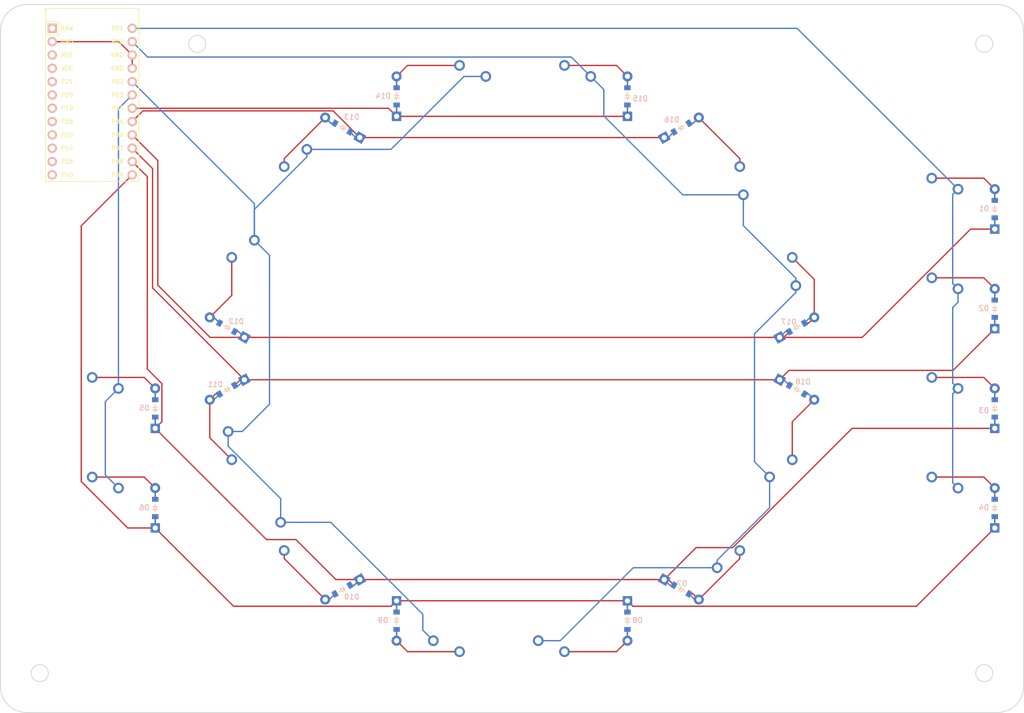
<source format=kicad_pcb>
(kicad_pcb (version 20240108) (generator "pcbnew") (generator_version "8.0")
  (title_block (title "main") (rev "v1.0.0") (company "Unknown"))
  (layers (0 "F.Cu" signal) (31 "B.Cu" signal) (34 "B.Paste" user) (35 "F.Paste" user) (36 "B.SilkS" user "B.Silkscreen") (37 "F.SilkS" user "F.Silkscreen") (38 "B.Mask" user) (39 "F.Mask" user) (44 "Edge.Cuts" user))
  (net 0 "")
  (net 1 "c3")
  (net 2 "r00")
  (net 3 "c2")
  (net 4 "r01")
  (net 5 "r10")
  (net 6 "r11")
  (net 7 "r20")
  (net 8 "r21")
  (net 9 "r30")
  (net 10 "r31")
  (net 11 "r40")
  (net 12 "r41")
  (net 13 "r50")
  (net 14 "r51")
  (net 15 "c4")
  (net 16 "hl1")
  (net 17 "hl2")
  (net 18 "hl3")
  (net 19 "hl4")
  (net 20 "c1")
  (net 21 "al1")
  (net 22 "al2")
  (net 23 "r1")
  (net 24 "r2")
  (net 25 "r3")
  (net 26 "r4")
  (net 27 "r5")
  (net 28 "r6")
  (net 29 "RAW")
  (net 30 "GND")
  (net 31 "RST")
  (net 32 "VCC")
  (net 33 "P21")
  (net 34 "P20")
  (net 35 "P19")
  (net 36 "P18")
  (net 37 "P15")
  (net 38 "P14")
  (net 39 "P16")
  (net 40 "P10")
  (footprint "PG1350" (layer "F.Cu") (at 38.30127 33.660254 -120)
    (property "Reference" "S9" (hide yes))
    (property "Value" "" (hide yes))
  )
  (footprint "ComboDiode" (layer "F.Cu") (at -68 9.5 90)
    (property "Reference" "D18" (hide yes))
    (property "Value" "" (hide yes))
  )
  (footprint "PG1350" (layer "F.Cu") (at -48.30127 -16.339746 60)
    (property "Reference" "S4" (hide yes))
    (property "Value" "" (hide yes))
  )
  (footprint "ComboDiode" (layer "F.Cu") (at 32.30127 -44.052559 30)
    (property "Reference" "D12" (hide yes))
    (property "Value" "" (hide yes))
  )
  (footprint "ComboDiode" (layer "F.Cu") (at 32.30127 44.052559 -30)
    (property "Reference" "D9" (hide yes))
    (property "Value" "" (hide yes))
  )
  (footprint "PG1350" (layer "F.Cu") (at -10 -50)
    (property "Reference" "S2" (hide yes))
    (property "Value" "" (hide yes))
  )
  (footprint "ComboDiode" (layer "F.Cu") (at -54.30127 -5.947441 150)
    (property "Reference" "D4" (hide yes))
    (property "Value" "" (hide yes))
  )
  (footprint "ComboDiode" (layer "F.Cu") (at 54.30127 5.947441 -30)
    (property "Reference" "D10" (hide yes))
    (property "Value" "" (hide yes))
  )
  (footprint "PG1350" (layer "F.Cu") (at 10 -50)
    (property "Reference" "S1" (hide yes))
    (property "Value" "" (hide yes))
  )
  (footprint "ComboDiode" (layer "F.Cu") (at 92 -28.5 90)
    (property "Reference" "D16" (hide yes))
    (property "Value" "" (hide yes))
  )
  (footprint "PG1350" (layer "F.Cu") (at 38.30127 -33.660254 -60)
    (property "Reference" "S12" (hide yes))
    (property "Value" "" (hide yes))
  )
  (footprint "ComboDiode" (layer "F.Cu") (at -22 -50 90)
    (property "Reference" "D2" (hide yes))
    (property "Value" "" (hide yes))
  )
  (footprint "PG1350" (layer "F.Cu") (at -48.30127 16.339746 120)
    (property "Reference" "S5" (hide yes))
    (property "Value" "" (hide yes))
  )
  (footprint "PG1350" (layer "F.Cu") (at 10 50 180)
    (property "Reference" "S8" (hide yes))
    (property "Value" "" (hide yes))
  )
  (footprint "ComboDiode" (layer "F.Cu") (at -22 50 -90)
    (property "Reference" "D7" (hide yes))
    (property "Value" "" (hide yes))
  )
  (footprint "ComboDiode" (layer "F.Cu") (at -54.30127 5.947441 -150)
    (property "Reference" "D5" (hide yes))
    (property "Value" "" (hide yes))
  )
  (footprint "ComboDiode" (layer "F.Cu") (at 22 50 -90)
    (property "Reference" "D8" (hide yes))
    (property "Value" "" (hide yes))
  )
  (footprint "PG1350" (layer "F.Cu") (at 80 28.5)
    (property "Reference" "S13" (hide yes))
    (property "Value" "" (hide yes))
  )
  (footprint "PG1350" (layer "F.Cu") (at 80 -9.5)
    (property "Reference" "S15" (hide yes))
    (property "Value" "" (hide yes))
  )
  (footprint "ComboDiode" (layer "F.Cu") (at -68 28.5 90)
    (property "Reference" "D17" (hide yes))
    (property "Value" "" (hide yes))
  )
  (footprint "ComboDiode" (layer "F.Cu") (at 92 -9.5 90)
    (property "Reference" "D15" (hide yes))
    (property "Value" "" (hide yes))
  )
  (footprint "PG1350" (layer "F.Cu") (at 80 -28.5)
    (property "Reference" "S16" (hide yes))
    (property "Value" "" (hide yes))
  )
  (footprint "PG1350" (layer "F.Cu") (at -38.30127 33.660254 120)
    (property "Reference" "S6" (hide yes))
    (property "Value" "" (hide yes))
  )
  (footprint "ComboDiode" (layer "F.Cu") (at -32.30127 44.052559 -150)
    (property "Reference" "D6" (hide yes))
    (property "Value" "" (hide yes))
  )
  (footprint "ComboDiode" (layer "F.Cu") (at 92 28.5 90)
    (property "Reference" "D13" (hide yes))
    (property "Value" "" (hide yes))
  )
  (footprint "PG1350" (layer "F.Cu") (at 80 9.5)
    (property "Reference" "S14" (hide yes))
    (property "Value" "" (hide yes))
  )
  (footprint "ComboDiode" (layer "F.Cu") (at -32.30127 -44.052559 150)
    (property "Reference" "D3" (hide yes))
    (property "Value" "" (hide yes))
  )
  (footprint "ComboDiode" (layer "F.Cu") (at 54.30127 -5.947441 30)
    (property "Reference" "D11" (hide yes))
    (property "Value" "" (hide yes))
  )
  (footprint "ProMicro" (layer "F.Cu") (at -80 -49 -90)
    (property "Reference" "MCU1" (hide yes))
    (property "Value" "" (hide yes))
  )
  (footprint "ComboDiode" (layer "F.Cu") (at 92 9.5 90)
    (property "Reference" "D14" (hide yes))
    (property "Value" "" (hide yes))
  )
  (footprint "PG1350" (layer "F.Cu") (at 48.30127 16.339746 -120)
    (property "Reference" "S10" (hide yes))
    (property "Value" "" (hide yes))
  )
  (footprint "ComboDiode" (layer "F.Cu") (at 22 -50 90)
    (property "Reference" "D1" (hide yes))
    (property "Value" "" (hide yes))
  )
  (footprint "PG1350" (layer "F.Cu") (at -38.30127 -33.660254 60)
    (property "Reference" "S3" (hide yes))
    (property "Value" "" (hide yes))
  )
  (footprint "PG1350" (layer "F.Cu") (at -80 28.5)
    (property "Reference" "S17" (hide yes))
    (property "Value" "" (hide yes))
  )
  (footprint "PG1350" (layer "F.Cu") (at -80 9.5)
    (property "Reference" "S18" (hide yes))
    (property "Value" "" (hide yes))
  )
  (footprint "PG1350" (layer "F.Cu") (at 48.30127 -16.339746 -60)
    (property "Reference" "S11" (hide yes))
    (property "Value" "" (hide yes))
  )
  (footprint "PG1350" (layer "F.Cu") (at -10 50 180)
    (property "Reference" "S7" (hide yes))
    (property "Value" "" (hide yes))
  )
  (gr_arc (start 92.5 -67.5) (mid 96.035534 -66.035534) (end 97.5 -62.5) (stroke (width 0.15)) (layer "Edge.Cuts"))
  (gr_circle (center -60 -60) (end -58.375 -60) (stroke (width 0.15)) (fill none) (layer "Edge.Cuts"))
  (gr_line (start 92.5 -67.5) (end -92.5 -67.5) (stroke (width 0.15)) (layer "Edge.Cuts"))
  (gr_line (start -97.5 -62.5) (end -97.5 62.5) (stroke (width 0.15)) (layer "Edge.Cuts"))
  (gr_circle (center 90 60) (end 91.625 60) (stroke (width 0.15)) (fill none) (layer "Edge.Cuts"))
  (gr_arc (start 97.5 62.5) (mid 96.035534 66.035534) (end 92.5 67.5) (stroke (width 0.15)) (layer "Edge.Cuts"))
  (gr_circle (center 90 -60) (end 91.625 -60) (stroke (width 0.15)) (fill none) (layer "Edge.Cuts"))
  (gr_line (start 97.5 62.5) (end 97.5 -62.5) (stroke (width 0.15)) (layer "Edge.Cuts"))
  (gr_line (start -92.5 67.5) (end 92.5 67.5) (stroke (width 0.15)) (layer "Edge.Cuts"))
  (gr_arc (start -92.5 67.5) (mid -96.035534 66.035534) (end -97.5 62.5) (stroke (width 0.15)) (layer "Edge.Cuts"))
  (gr_circle (center -90 60) (end -88.375 60) (stroke (width 0.15)) (fill none) (layer "Edge.Cuts"))
  (gr_arc (start -97.5 -62.5) (mid -96.035534 -66.035534) (end -92.5 -67.5) (stroke (width 0.15)) (layer "Edge.Cuts"))
  (gr_text "D8" (at 25 50.5 0) (layer "B.SilkS") (effects (font (size 1 1)) (justify left bottom mirror)))
  (gr_text "D15" (at 26 -49 0) (layer "B.SilkS") (effects (font (size 1 1)) (justify left bottom mirror)))
  (gr_text "D12" (at -51 -6.5 0) (layer "B.SilkS") (effects (font (size 1 1)) (justify left bottom mirror)))
  (gr_text "D18" (at 57 5 0) (layer "B.SilkS") (effects (font (size 1 1)) (justify left bottom mirror)))
  (gr_text "D4" (at 91 29 0) (layer "B.SilkS") (effects (font (size 1 1)) (justify left bottom mirror)))
  (gr_text "D14" (at -23 -49.5 0) (layer "B.SilkS") (effects (font (size 1 1)) (justify left bottom mirror)))
  (gr_text "D9" (at -23.5 50.5 0) (layer "B.SilkS") (effects (font (size 1 1)) (justify left bottom mirror)))
  (gr_text "D2" (at 91 -9 0) (layer "B.SilkS") (effects (font (size 1 1)) (justify left bottom mirror)))
  (gr_text "D1" (at 91 -28 0) (layer "B.SilkS") (effects (font (size 1 1)) (justify left bottom mirror)))
  (gr_text "D16" (at 32 -45 0) (layer "B.SilkS") (effects (font (size 1 1)) (justify left bottom mirror)))
  (gr_text "D5" (at -69 10 0) (layer "B.SilkS") (effects (font (size 1 1)) (justify left bottom mirror)))
  (gr_text "D13" (at -29 -45.5 0) (layer "B.SilkS") (effects (font (size 1 1)) (justify left bottom mirror)))
  (gr_text "D6" (at -69 29 0) (layer "B.SilkS") (effects (font (size 1 1)) (justify left bottom mirror)))
  (gr_text "D11" (at -55 5.5 0) (layer "B.SilkS") (effects (font (size 1 1)) (justify left bottom mirror)))
  (gr_text "D10" (at -29 46 0) (layer "B.SilkS") (effects (font (size 1 1)) (justify left bottom mirror)))
  (gr_text "D17" (at 54.317776 -6.418851 0) (layer "B.SilkS") (effects (font (size 1 1)) (justify left bottom mirror)))
  (gr_text "D3" (at 91 10.5 0) (layer "B.SilkS") (effects (font (size 1 1)) (justify left bottom mirror)))
  (gr_text "D7" (at 33.5 43.5 0) (layer "B.SilkS") (effects (font (size 1 1)) (justify left bottom mirror)))
  (segment (start 17.5 -46.266316) (end 17.5 -51.3) (width 0.25) (layer "B.Cu") (net 1))
  (segment (start 23.109619 39.890381) (end 39.092167 39.890381) (width 0.25) (layer "B.Cu") (net 1))
  (segment (start 44.092167 -31.230127) (end 32.536189 -31.230127) (width 0.25) (layer "B.Cu") (net 1))
  (segment (start -72.38 -60.43) (end -69.45 -57.5) (width 0.25) (layer "B.Cu") (net 1))
  (segment (start 54.092167 -12.592167) (end 54.092167 -13.909619) (width 0.25) (layer "B.Cu") (net 1))
  (segment (start 49.092167 28.453541) (end 49.092167 22.569873) (width 0.25) (layer "B.Cu") (net 1))
  (segment (start 32.536189 -31.230127) (end 17.5 -46.266316) (width 0.25) (layer "B.Cu") (net 1))
  (segment (start 46.21177 -4.71177) (end 54.092167 -12.592167) (width 0.25) (layer "B.Cu") (net 1))
  (segment (start 11.3 -57.5) (end 15 -53.8) (width 0.25) (layer "B.Cu") (net 1))
  (segment (start 54.092167 -13.909619) (end 54.092167 -15.346459) (width 0.25) (layer "B.Cu") (net 1))
  (segment (start 39.092167 39.890381) (end 39.092167 38.453541) (width 0.25) (layer "B.Cu") (net 1))
  (segment (start 39.092167 38.453541) (end 49.092167 28.453541) (width 0.25) (layer "B.Cu") (net 1))
  (segment (start 5 53.8) (end 9.2 53.8) (width 0.25) (layer "B.Cu") (net 1))
  (segment (start 46.21177 19.689476) (end 46.21177 -4.71177) (width 0.25) (layer "B.Cu") (net 1))
  (segment (start -69.45 -57.5) (end 11.3 -57.5) (width 0.25) (layer "B.Cu") (net 1))
  (segment (start 54.092167 -15.346459) (end 44.092167 -25.346459) (width 0.25) (layer "B.Cu") (net 1))
  (segment (start 44.092167 -25.346459) (end 44.092167 -31.230127) (width 0.25) (layer "B.Cu") (net 1))
  (segment (start 17.5 -51.3) (end 15 -53.8) (width 0.25) (layer "B.Cu") (net 1))
  (segment (start 49.092167 22.569873) (end 46.21177 19.689476) (width 0.25) (layer "B.Cu") (net 1))
  (segment (start 9.2 53.8) (end 23.109619 39.890381) (width 0.25) (layer "B.Cu") (net 1))
  (segment (start 22 -51.65) (end 22 -53.81) (width 0.25) (layer "F.Cu") (net 2))
  (segment (start 19.91 -55.9) (end 22 -53.81) (width 0.25) (layer "F.Cu") (net 2))
  (segment (start 10 -55.9) (end 19.91 -55.9) (width 0.25) (layer "F.Cu") (net 2))
  (segment (start 22 -51.65) (end 22 -53.81) (width 0.25) (layer "B.Cu") (net 2))
  (segment (start -44.092167 31.230127) (end -34.531873 31.230127) (width 0.25) (layer "B.Cu") (net 3))
  (segment (start -17 51.8) (end -15 53.8) (width 0.25) (layer "B.Cu") (net 3))
  (segment (start -46.21177 -19.689476) (end -46.21177 8.71177) (width 0.25) (layer "B.Cu") (net 3))
  (segment (start -9.154999 -53.8) (end -23.064618 -39.890381) (width 0.25) (layer "B.Cu") (net 3))
  (segment (start -54.092167 16.711938) (end -44.092167 26.711938) (width 0.25) (layer "B.Cu") (net 3))
  (segment (start -49.092167 -22.569873) (end -49.092167 -29.522167) (width 0.25) (layer "B.Cu") (net 3))
  (segment (start -34.531873 31.230127) (end -17 48.762) (width 0.25) (layer "B.Cu") (net 3))
  (segment (start -23.064618 -39.890381) (end -39.092167 -39.890381) (width 0.25) (layer "B.Cu") (net 3))
  (segment (start -49.092167 -22.569873) (end -46.21177 -19.689476) (width 0.25) (layer "B.Cu") (net 3))
  (segment (start -39.092167 -38.453541) (end -49.092167 -28.453541) (width 0.25) (layer "B.Cu") (net 3))
  (segment (start -49.092167 -29.522167) (end -72.38 -52.81) (width 0.25) (layer "B.Cu") (net 3))
  (segment (start -17 48.762) (end -17 51.8) (width 0.25) (layer "B.Cu") (net 3))
  (segment (start -46.21177 8.71177) (end -51.409619 13.909619) (width 0.25) (layer "B.Cu") (net 3))
  (segment (start -49.092167 -28.453541) (end -49.092167 -22.569873) (width 0.25) (layer "B.Cu") (net 3))
  (segment (start -51.409619 13.909619) (end -54.092167 13.909619) (width 0.25) (layer "B.Cu") (net 3))
  (segment (start -54.092167 13.909619) (end -54.092167 16.711938) (width 0.25) (layer "B.Cu") (net 3))
  (segment (start -44.092167 26.711938) (end -44.092167 31.230127) (width 0.25) (layer "B.Cu") (net 3))
  (segment (start -5 -53.8) (end -9.154999 -53.8) (width 0.25) (layer "B.Cu") (net 3))
  (segment (start -39.092167 -39.890381) (end -39.092167 -38.453541) (width 0.25) (layer "B.Cu") (net 3))
  (segment (start -22 -51.65) (end -22 -53.81) (width 0.25) (layer "F.Cu") (net 4))
  (segment (start -10 -55.9) (end -19.91 -55.9) (width 0.25) (layer "F.Cu") (net 4))
  (segment (start -19.91 -55.9) (end -22 -53.81) (width 0.25) (layer "F.Cu") (net 4))
  (segment (start -22 -51.65) (end -22 -53.81) (width 0.25) (layer "B.Cu") (net 4))
  (segment (start -34.520827 -44.877559) (end -35.600827 -45.957559) (width 0.25) (layer "F.Cu") (net 5))
  (segment (start -33.730212 -44.877559) (end -34.520827 -44.877559) (width 0.25) (layer "F.Cu") (net 5))
  (segment (start -43.41082 -38.147566) (end -35.600827 -45.957559) (width 0.25) (layer "F.Cu") (net 5))
  (segment (start -43.41082 -36.610254) (end -43.41082 -38.147566) (width 0.25) (layer "F.Cu") (net 5))
  (segment (start -34.520827 -44.877559) (end -35.600827 -45.957559) (width 0.25) (layer "B.Cu") (net 5))
  (segment (start -33.730212 -44.877559) (end -34.520827 -44.877559) (width 0.25) (layer "B.Cu") (net 5))
  (segment (start -56.810212 -7.852441) (end -55.730212 -6.772441) (width 0.25) (layer "F.Cu") (net 6))
  (segment (start -53.41082 -19.289746) (end -53.41082 -12.042448) (width 0.25) (layer "F.Cu") (net 6))
  (segment (start -57.600827 -7.852441) (end -56.810212 -7.852441) (width 0.25) (layer "F.Cu") (net 6))
  (segment (start -53.41082 -12.042448) (end -57.600827 -7.852441) (width 0.25) (layer "F.Cu") (net 6))
  (segment (start -56.810212 -7.852441) (end -55.730212 -6.772441) (width 0.25) (layer "B.Cu") (net 6))
  (segment (start -57.600827 -7.852441) (end -56.810212 -7.852441) (width 0.25) (layer "B.Cu") (net 6))
  (segment (start -55.730212 6.772441) (end -56.520827 6.772441) (width 0.25) (layer "F.Cu") (net 7))
  (segment (start -57.600827 7.852441) (end -57.600827 15.099739) (width 0.25) (layer "F.Cu") (net 7))
  (segment (start -57.600827 15.099739) (end -53.41082 19.289746) (width 0.25) (layer "F.Cu") (net 7))
  (segment (start -56.520827 6.772441) (end -57.600827 7.852441) (width 0.25) (layer "F.Cu") (net 7))
  (segment (start -57.600827 7.852441) (end -56.810212 7.852441) (width 0.25) (layer "B.Cu") (net 7))
  (segment (start -56.810212 7.852441) (end -55.730212 6.772441) (width 0.25) (layer "B.Cu") (net 7))
  (segment (start -34.810212 45.957559) (end -33.730212 44.877559) (width 0.25) (layer "F.Cu") (net 8))
  (segment (start -35.600827 45.957559) (end -34.810212 45.957559) (width 0.25) (layer "F.Cu") (net 8))
  (segment (start -43.41082 36.610254) (end -43.41082 38.147566) (width 0.25) (layer "F.Cu") (net 8))
  (segment (start -43.41082 38.147566) (end -35.600827 45.957559) (width 0.25) (layer "F.Cu") (net 8))
  (segment (start -35.600827 45.957559) (end -34.810212 45.957559) (width 0.25) (layer "B.Cu") (net 8))
  (segment (start -34.810212 45.957559) (end -33.730212 44.877559) (width 0.25) (layer "B.Cu") (net 8))
  (segment (start -22 53.81) (end -19.91 55.9) (width 0.25) (layer "F.Cu") (net 9))
  (segment (start -19.91 55.9) (end -10 55.9) (width 0.25) (layer "F.Cu") (net 9))
  (segment (start -22 53.81) (end -22 51.65) (width 0.25) (layer "F.Cu") (net 9))
  (segment (start -22 53.81) (end -22 51.65) (width 0.25) (layer "B.Cu") (net 9))
  (segment (start 19.91 55.9) (end 22 53.81) (width 0.25) (layer "F.Cu") (net 10))
  (segment (start 22 53.81) (end 22 51.65) (width 0.25) (layer "F.Cu") (net 10))
  (segment (start 10 55.9) (end 19.91 55.9) (width 0.25) (layer "F.Cu") (net 10))
  (segment (start 22 53.81) (end 22 51.65) (width 0.25) (layer "B.Cu") (net 10))
  (segment (start 33.730212 44.877559) (end 34.520827 44.877559) (width 0.25) (layer "F.Cu") (net 11))
  (segment (start 35.600827 45.957559) (end 43.41082 38.147566) (width 0.25) (layer "F.Cu") (net 11))
  (segment (start 34.520827 44.877559) (end 35.600827 45.957559) (width 0.25) (layer "F.Cu") (net 11))
  (segment (start 43.41082 38.147566) (end 43.41082 36.610254) (width 0.25) (layer "F.Cu") (net 11))
  (segment (start 34.810212 45.957559) (end 33.730212 44.877559) (width 0.25) (layer "B.Cu") (net 11))
  (segment (start 35.600827 45.957559) (end 34.810212 45.957559) (width 0.25) (layer "B.Cu") (net 11))
  (segment (start 53.41082 12.042448) (end 57.600827 7.852441) (width 0.25) (layer "F.Cu") (net 12))
  (segment (start 56.520827 6.772441) (end 57.600827 7.852441) (width 0.25) (layer "F.Cu") (net 12))
  (segment (start 53.41082 19.289746) (end 53.41082 12.042448) (width 0.25) (layer "F.Cu") (net 12))
  (segment (start 55.730212 6.772441) (end 56.520827 6.772441) (width 0.25) (layer "F.Cu") (net 12))
  (segment (start 55.730212 6.772441) (end 56.520827 6.772441) (width 0.25) (layer "B.Cu") (net 12))
  (segment (start 56.520827 6.772441) (end 57.600827 7.852441) (width 0.25) (layer "B.Cu") (net 12))
  (segment (start 56.520827 -6.772441) (end 57.600827 -7.852441) (width 0.25) (layer "F.Cu") (net 13))
  (segment (start 57.600827 -7.852441) (end 57.600827 -15.099739) (width 0.25) (layer "F.Cu") (net 13))
  (segment (start 55.730212 -6.772441) (end 56.520827 -6.772441) (width 0.25) (layer "F.Cu") (net 13))
  (segment (start 57.600827 -15.099739) (end 53.41082 -19.289746) (width 0.25) (layer "F.Cu") (net 13))
  (segment (start 56.810212 -7.852441) (end 55.730212 -6.772441) (width 0.25) (layer "B.Cu") (net 13))
  (segment (start 57.600827 -7.852441) (end 56.810212 -7.852441) (width 0.25) (layer "B.Cu") (net 13))
  (segment (start 43.41082 -38.147566) (end 35.600827 -45.957559) (width 0.25) (layer "F.Cu") (net 14))
  (segment (start 43.41082 -36.610254) (end 43.41082 -38.147566) (width 0.25) (layer "F.Cu") (net 14))
  (segment (start 33.730212 -44.877559) (end 34.520827 -44.877559) (width 0.25) (layer "F.Cu") (net 14))
  (segment (start 34.520827 -44.877559) (end 35.600827 -45.957559) (width 0.25) (layer "F.Cu") (net 14))
  (segment (start 33.730212 -44.877559) (end 34.520827 -44.877559) (width 0.25) (layer "B.Cu") (net 14))
  (segment (start 34.520827 -44.877559) (end 35.600827 -45.957559) (width 0.25) (layer "B.Cu") (net 14))
  (segment (start 83.984001 23.684001) (end 85 24.7) (width 0.25) (layer "B.Cu") (net 15))
  (segment (start -72.38 -62.97) (end 54.33 -62.97) (width 0.25) (layer "B.Cu") (net 15))
  (segment (start 83.984001 6.715999) (end 83.984001 23.684001) (width 0.25) (layer "B.Cu") (net 15))
  (segment (start 83.984001 -14.315999) (end 85 -13.3) (width 0.25) (layer "B.Cu") (net 15))
  (segment (start 54.33 -62.97) (end 85 -32.3) (width 0.25) (layer "B.Cu") (net 15))
  (segment (start 83.984001 -31.284001) (end 83.984001 -14.315999) (width 0.25) (layer "B.Cu") (net 15))
  (segment (start 85 5.7) (end 83.984001 6.715999) (width 0.25) (layer "B.Cu") (net 15))
  (segment (start 85 -13.3) (end 85 -10.733684) (width 0.25) (layer "B.Cu") (net 15))
  (segment (start 83.984001 -9.717685) (end 83.984001 4.684001) (width 0.25) (layer "B.Cu") (net 15))
  (segment (start 83.984001 4.684001) (end 85 5.7) (width 0.25) (layer "B.Cu") (net 15))
  (segment (start 85 -10.733684) (end 83.984001 -9.717685) (width 0.25) (layer "B.Cu") (net 15))
  (segment (start 85 -32.3) (end 83.984001 -31.284001) (width 0.25) (layer "B.Cu") (net 15))
  (segment (start 92 26.85) (end 92 24.69) (width 0.25) (layer "F.Cu") (net 16))
  (segment (start 80 22.6) (end 89.91 22.6) (width 0.25) (layer "F.Cu") (net 16))
  (segment (start 89.91 22.6) (end 92 24.69) (width 0.25) (layer "F.Cu") (net 16))
  (segment (start 92 26.85) (end 92 24.69) (width 0.25) (layer "B.Cu") (net 16))
  (segment (start 92 7.85) (end 92 5.69) (width 0.25) (layer "F.Cu") (net 17))
  (segment (start 80 3.6) (end 89.91 3.6) (width 0.25) (layer "F.Cu") (net 17))
  (segment (start 89.91 3.6) (end 92 5.69) (width 0.25) (layer "F.Cu") (net 17))
  (segment (start 92 7.85) (end 92 5.69) (width 0.25) (layer "B.Cu") (net 17))
  (segment (start 92 -11.15) (end 92 -13.31) (width 0.25) (layer "F.Cu") (net 18))
  (segment (start 89.91 -15.4) (end 92 -13.31) (width 0.25) (layer "F.Cu") (net 18))
  (segment (start 80 -15.4) (end 89.91 -15.4) (width 0.25) (layer "F.Cu") (net 18))
  (segment (start 92 -11.15) (end 92 -13.31) (width 0.25) (layer "B.Cu") (net 18))
  (segment (start 89.91 -34.4) (end 92 -32.31) (width 0.25) (layer "F.Cu") (net 19))
  (segment (start 80 -34.4) (end 89.91 -34.4) (width 0.25) (layer "F.Cu") (net 19))
  (segment (start 92 -30.15) (end 92 -32.31) (width 0.25) (layer "F.Cu") (net 19))
  (segment (start 92 -30.15) (end 92 -32.31) (width 0.25) (layer "B.Cu") (net 19))
  (segment (start -75 -47.65) (end -72.38 -50.27) (width 0.25) (layer "B.Cu") (net 20))
  (segment (start -75 5.7) (end -75 -47.65) (width 0.25) (layer "B.Cu") (net 20))
  (segment (start -77.5 8.2) (end -77.5 22.2) (width 0.25) (layer "B.Cu") (net 20))
  (segment (start -75 5.7) (end -77.5 8.2) (width 0.25) (layer "B.Cu") (net 20))
  (segment (start -77.5 22.2) (end -75 24.7) (width 0.25) (layer "B.Cu") (net 20))
  (segment (start -68 26.85) (end -68 24.69) (width 0.25) (layer "F.Cu") (net 21))
  (segment (start -80 22.6) (end -70.09 22.6) (width 0.25) (layer "F.Cu") (net 21))
  (segment (start -70.09 22.6) (end -68 24.69) (width 0.25) (layer "F.Cu") (net 21))
  (segment (start -68 26.85) (end -68 24.69) (width 0.25) (layer "B.Cu") (net 21))
  (segment (start -70.09 3.6) (end -68 5.69) (width 0.25) (layer "F.Cu") (net 22))
  (segment (start -80 3.6) (end -70.09 3.6) (width 0.25) (layer "F.Cu") (net 22))
  (segment (start -68 7.85) (end -68 5.69) (width 0.25) (layer "F.Cu") (net 22))
  (segment (start -68 7.85) (end -68 5.69) (width 0.25) (layer "B.Cu") (net 22))
  (segment (start -22 -46.19) (end -23.54 -47.73) (width 0.25) (layer "F.Cu") (net 23))
  (segment (start -22 -46.19) (end 22 -46.19) (width 0.25) (layer "F.Cu") (net 23))
  (segment (start 22 -46.19) (end 22 -48.35) (width 0.25) (layer "F.Cu") (net 23))
  (segment (start -22 -46.19) (end -22 -48.35) (width 0.25) (layer "F.Cu") (net 23))
  (segment (start -23.54 -47.73) (end -72.38 -47.73) (width 0.25) (layer "F.Cu") (net 23))
  (segment (start -22 -46.19) (end -22 -48.35) (width 0.25) (layer "B.Cu") (net 23))
  (segment (start 22 -46.19) (end 22 -48.35) (width 0.25) (layer "B.Cu") (net 23))
  (segment (start 29.792328 -42.147559) (end 30.872328 -43.227559) (width 0.25) (layer "F.Cu") (net 24))
  (segment (start -29.001713 -42.147559) (end 29.001713 -42.147559) (width 0.25) (layer "F.Cu") (net 24))
  (segment (start -70.334941 -47.235059) (end -34.089213 -47.235059) (width 0.25) (layer "F.Cu") (net 24))
  (segment (start -29.792328 -42.147559) (end -30.872328 -43.227559) (width 0.25) (layer "F.Cu") (net 24))
  (segment (start -34.089213 -47.235059) (end -29.001713 -42.147559) (width 0.25) (layer "F.Cu") (net 24))
  (segment (start -29.001713 -42.147559) (end -29.792328 -42.147559) (width 0.25) (layer "F.Cu") (net 24))
  (segment (start -72.38 -45.19) (end -70.334941 -47.235059) (width 0.25) (layer "F.Cu") (net 24))
  (segment (start 29.001713 -42.147559) (end 29.792328 -42.147559) (width 0.25) (layer "F.Cu") (net 24))
  (segment (start -29.792328 -42.147559) (end -30.872328 -43.227559) (width 0.25) (layer "B.Cu") (net 24))
  (segment (start -29.001713 -42.147559) (end -29.792328 -42.147559) (width 0.25) (layer "B.Cu") (net 24))
  (segment (start 29.792328 -42.147559) (end 30.872328 -43.227559) (width 0.25) (layer "B.Cu") (net 24))
  (segment (start 29.001713 -42.147559) (end 29.792328 -42.147559) (width 0.25) (layer "B.Cu") (net 24))
  (segment (start 51.792328 -4.042441) (end 52.872328 -5.122441) (width 0.25) (layer "F.Cu") (net 25))
  (segment (start -52.081713 -5.122441) (end -51.001713 -4.042441) (width 0.25) (layer "F.Cu") (net 25))
  (segment (start -67.5 -14) (end -57.542441 -4.042441) (width 0.25) (layer "F.Cu") (net 25))
  (segment (start 51.001713 -4.042441) (end 66.74598 -4.042441) (width 0.25) (layer "F.Cu") (net 25))
  (segment (start -67.5 -37.77) (end -67.5 -14) (width 0.25) (layer "F.Cu") (net 25))
  (segment (start -72.38 -42.65) (end -67.5 -37.77) (width 0.25) (layer "F.Cu") (net 25))
  (segment (start -57.542441 -4.042441) (end -51.001713 -4.042441) (width 0.25) (layer "F.Cu") (net 25))
  (segment (start 66.74598 -4.042441) (end 87.393539 -24.69) (width 0.25) (layer "F.Cu") (net 25))
  (segment (start 87.393539 -24.69) (end 92 -24.69) (width 0.25) (layer "F.Cu") (net 25))
  (segment (start -51.001713 -4.042441) (end 51.001713 -4.042441) (width 0.25) (layer "F.Cu") (net 25))
  (segment (start -52.872328 -5.122441) (end -52.081713 -5.122441) (width 0.25) (layer "F.Cu") (net 25))
  (segment (start 51.001713 -4.042441) (end 51.792328 -4.042441) (width 0.25) (layer "F.Cu") (net 25))
  (segment (start 92 -24.69) (end 92 -26.85) (width 0.25) (layer "F.Cu") (net 25))
  (segment (start 52.081713 -5.122441) (end 51.001713 -4.042441) (width 0.25) (layer "B.Cu") (net 25))
  (segment (start -52.081713 -5.122441) (end -51.001713 -4.042441) (width 0.25) (layer "B.Cu") (net 25))
  (segment (start 92 -24.69) (end 92 -26.85) (width 0.25) (layer "B.Cu") (net 25))
  (segment (start -52.872328 -5.122441) (end -52.081713 -5.122441) (width 0.25) (layer "B.Cu") (net 25))
  (segment (start 52.872328 -5.122441) (end 52.081713 -5.122441) (width 0.25) (layer "B.Cu") (net 25))
  (segment (start -51.792328 4.042441) (end -52.872328 5.122441) (width 0.25) (layer "F.Cu") (net 26))
  (segment (start 51.001713 4.042441) (end 52.785154 2.259) (width 0.25) (layer "F.Cu") (net 26))
  (segment (start -51.001713 4.042441) (end 51.001713 4.042441) (width 0.25) (layer "F.Cu") (net 26))
  (segment (start 51.001713 4.042441) (end 51.792328 4.042441) (width 0.25) (layer "F.Cu") (net 26))
  (segment (start -51.001713 4.042441) (end -51.792328 4.042441) (width 0.25) (layer "F.Cu") (net 26))
  (segment (start 52.785154 2.259) (end 84.051 2.259) (width 0.25) (layer "F.Cu") (net 26))
  (segment (start -72.38 -40.11) (end -68.5 -36.23) (width 0.25) (layer "F.Cu") (net 26))
  (segment (start 51.792328 4.042441) (end 52.872328 5.122441) (width 0.25) (layer "F.Cu") (net 26))
  (segment (start 92 -5.69) (end 92 -7.85) (width 0.25) (layer "F.Cu") (net 26))
  (segment (start -68.5 -13.455846) (end -51.001713 4.042441) (width 0.25) (layer "F.Cu") (net 26))
  (segment (start -68.5 -36.23) (end -68.5 -13.455846) (width 0.25) (layer "F.Cu") (net 26))
  (segment (start 84.051 2.259) (end 92 -5.69) (width 0.25) (layer "F.Cu") (net 26))
  (segment (start -52.872328 5.122441) (end -52.081713 5.122441) (width 0.25) (layer "B.Cu") (net 26))
  (segment (start 51.792328 4.042441) (end 52.872328 5.122441) (width 0.25) (layer "B.Cu") (net 26))
  (segment (start 51.001713 4.042441) (end 51.792328 4.042441) (width 0.25) (layer "B.Cu") (net 26))
  (segment (start -52.081713 5.122441) (end -51.001713 4.042441) (width 0.25) (layer "B.Cu") (net 26))
  (segment (start 92 -5.69) (end 92 -7.85) (width 0.25) (layer "B.Cu") (net 26))
  (segment (start -69.5 2) (end -66.7225 4.7775) (width 0.25) (layer "F.Cu") (net 27))
  (segment (start 92 13.31) (end 92 11.15) (width 0.25) (layer "F.Cu") (net 27))
  (segment (start -30.872328 43.227559) (end -30.081713 43.227559) (width 0.25) (layer "F.Cu") (net 27))
  (segment (start 29.001713 42.147559) (end 35.094479 36.054793) (width 0.25) (layer "F.Cu") (net 27))
  (segment (start -66.7225 4.7775) (end -66.7225 12.0325) (width 0.25) (layer "F.Cu") (net 27))
  (segment (start -68 13.31) (end -46.784247 34.525753) (width 0.25) (layer "F.Cu") (net 27))
  (segment (start -41.182595 34.525753) (end -33.560789 42.147559) (width 0.25) (layer "F.Cu") (net 27))
  (segment (start -33.560789 42.147559) (end -29.001713 42.147559) (width 0.25) (layer "F.Cu") (net 27))
  (segment (start 29.792328 42.147559) (end 30.872328 43.227559) (width 0.25) (layer "F.Cu") (net 27))
  (segment (start 35.094479 36.054793) (end 42.06982 36.054793) (width 0.25) (layer "F.Cu") (net 27))
  (segment (start 29.001713 42.147559) (end 29.792328 42.147559) (width 0.25) (layer "F.Cu") (net 27))
  (segment (start 64.814613 13.31) (end 92 13.31) (width 0.25) (layer "F.Cu") (net 27))
  (segment (start -29.001713 42.147559) (end 29.001713 42.147559) (width 0.25) (layer "F.Cu") (net 27))
  (segment (start -72.38 -37.57) (end -69.5 -34.69) (width 0.25) (layer "F.Cu") (net 27))
  (segment (start -66.7225 12.0325) (end -68 13.31) (width 0.25) (layer "F.Cu") (net 27))
  (segment (start -68 13.31) (end -68 11.15) (width 0.25) (layer "F.Cu") (net 27))
  (segment (start -30.081713 43.227559) (end -29.001713 42.147559) (width 0.25) (layer "F.Cu") (net 27))
  (segment (start -46.784247 34.525753) (end -41.182595 34.525753) (width 0.25) (layer "F.Cu") (net 27))
  (segment (start 42.06982 36.054793) (end 64.814613 13.31) (width 0.25) (layer "F.Cu") (net 27))
  (segment (start -69.5 -34.69) (end -69.5 2) (width 0.25) (layer "F.Cu") (net 27))
  (segment (start 30.081713 43.227559) (end 29.001713 42.147559) (width 0.25) (layer "B.Cu") (net 27))
  (segment (start 92 13.31) (end 92 11.15) (width 0.25) (layer "B.Cu") (net 27))
  (segment (start -30.872328 43.227559) (end -30.081713 43.227559) (width 0.25) (layer "B.Cu") (net 27))
  (segment (start 30.872328 43.227559) (end 30.081713 43.227559) (width 0.25) (layer "B.Cu") (net 27))
  (segment (start -30.081713 43.227559) (end -29.001713 42.147559) (width 0.25) (layer "B.Cu") (net 27))
  (segment (start -68 13.31) (end -68 11.15) (width 0.25) (layer "B.Cu") (net 27))
  (segment (start -22 46.19) (end 22 46.19) (width 0.25) (layer "F.Cu") (net 28))
  (segment (start 22 48.35) (end 22 46.19) (width 0.25) (layer "F.Cu") (net 28))
  (segment (start 92 32.31) (end 92 30.15) (width 0.25) (layer "F.Cu") (net 28))
  (segment (start 23.045059 47.235059) (end 77.074941 47.235059) (width 0.25) (layer "F.Cu") (net 28))
  (segment (start -82.0895 23.455501) (end -73.235001 32.31) (width 0.25) (layer "F.Cu") (net 28))
  (segment (start 77.074941 47.235059) (end 92 32.31) (width 0.25) (layer "F.Cu") (net 28))
  (segment (start -73.235001 32.31) (end -68 32.31) (width 0.25) (layer "F.Cu") (net 28))
  (segment (start -53.074941 47.235059) (end -68 32.31) (width 0.25) (layer "F.Cu") (net 28))
  (segment (start -82.0895 -25.3205) (end -82.0895 23.455501) (width 0.25) (layer "F.Cu") (net 28))
  (segment (start -68 32.31) (end -68 30.15) (width 0.25) (layer "F.Cu") (net 28))
  (segment (start -72.38 -35.03) (end -82.0895 -25.3205) (width 0.25) (layer "F.Cu") (net 28))
  (segment (start -22 48.35) (end -22 46.19) (width 0.25) (layer "F.Cu") (net 28))
  (segment (start -23.045059 47.235059) (end -53.074941 47.235059) (width 0.25) (layer "F.Cu") (net 28))
  (segment (start 22 46.19) (end 23.045059 47.235059) (width 0.25) (layer "F.Cu") (net 28))
  (segment (start -22 46.19) (end -23.045059 47.235059) (width 0.25) (layer "F.Cu") (net 28))
  (segment (start 22 48.35) (end 22 46.19) (width 0.25) (layer "B.Cu") (net 28))
  (segment (start -68 32.31) (end -68 30.15) (width 0.25) (layer "B.Cu") (net 28))
  (segment (start 92 32.31) (end 92 30.15) (width 0.25) (layer "B.Cu") (net 28))
  (segment (start -22 48.35) (end -22 46.19) (width 0.25) (layer "B.Cu") (net 28))
  (segment (start -72.38 -55.35) (end -72.38 -57.89) (width 0.25) (layer "F.Cu") (net 30))
  (segment (start -87.62 -60.43) (end -74.92 -60.43) (width 0.25) (layer "F.Cu") (net 30))
  (segment (start -74.92 -60.43) (end -72.38 -57.89) (width 0.25) (layer "F.Cu") (net 30))
)
</source>
